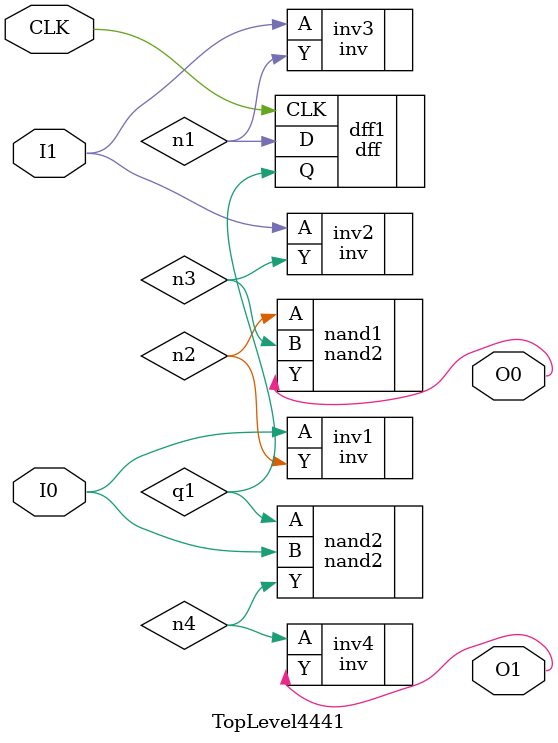
<source format=v>

module TopLevel4441(I0, I1, CLK, O0, O1);
  input I0, I1, CLK;
  output O0, O1;
  
  wire n1, n2, n3, q1, n4;
  
  // Combinational logic for O0 using NAND: I0 | I1 = ~(~I0 & ~I1)
  inv inv1(.A(I0), .Y(n2));            // n2 = ~I0
  inv inv2(.A(I1), .Y(n3));            // n3 = ~I1
  nand2 nand1(.A(n2), .B(n3), .Y(O0)); // O0 = ~(~I0 & ~I1) = I0 | I1
  
  // Registered output O1 using NAND: q1 & I0 = ~(~q1 | ~I0) = ~~(q1 & I0)
  inv inv3(.A(I1), .Y(n1));            // n1 = ~I1
  dff dff1(.D(n1), .CLK(CLK), .Q(q1)); // q1 = register(~I1)
  nand2 nand2(.A(q1), .B(I0), .Y(n4)); // n4 = ~(q1 & I0)
  inv inv4(.A(n4), .Y(O1));            // O1 = ~~(q1 & I0) = q1 & I0
  
endmodule

</source>
